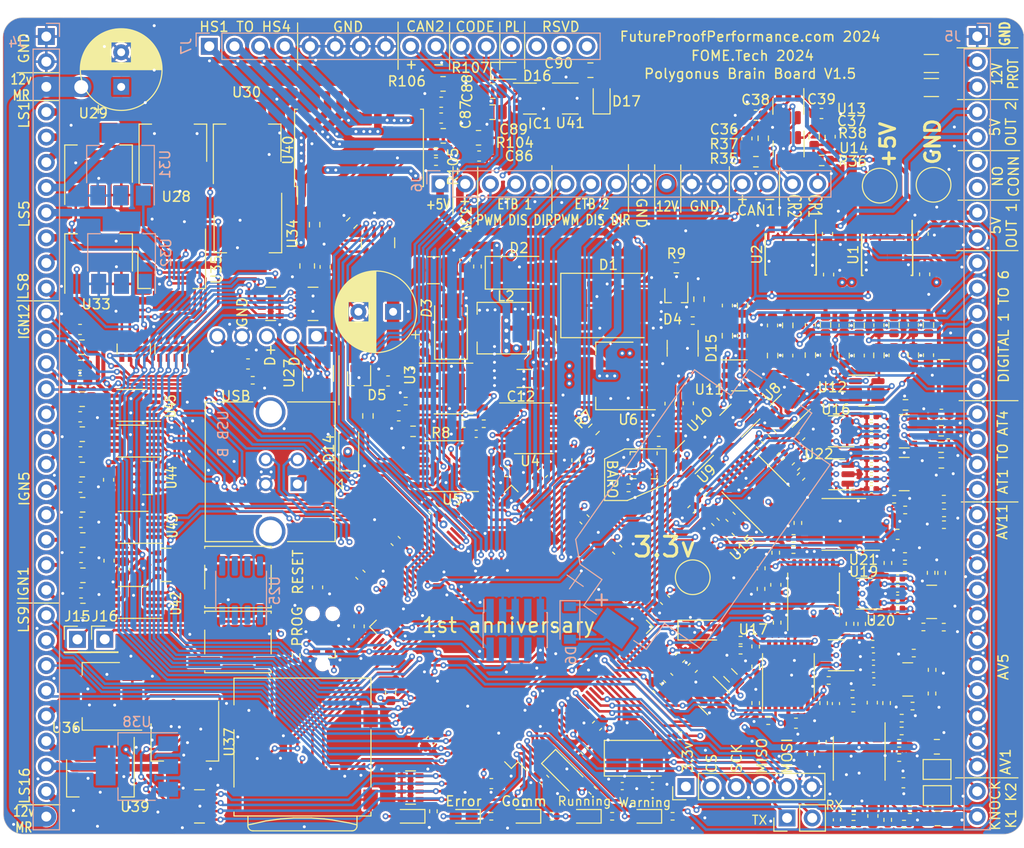
<source format=kicad_pcb>
(kicad_pcb (version 20221018) (generator pcbnew)

  (general
    (thickness 1.6)
  )

  (paper "A4")
  (layers
    (0 "F.Cu" signal)
    (1 "In1.Cu" power)
    (2 "In2.Cu" power)
    (31 "B.Cu" signal)
    (32 "B.Adhes" user "B.Adhesive")
    (33 "F.Adhes" user "F.Adhesive")
    (34 "B.Paste" user)
    (35 "F.Paste" user)
    (36 "B.SilkS" user "B.Silkscreen")
    (37 "F.SilkS" user "F.Silkscreen")
    (38 "B.Mask" user)
    (39 "F.Mask" user)
    (40 "Dwgs.User" user "User.Drawings")
    (41 "Cmts.User" user "User.Comments")
    (42 "Eco1.User" user "User.Eco1")
    (43 "Eco2.User" user "User.Eco2")
    (44 "Edge.Cuts" user)
    (45 "Margin" user)
    (46 "B.CrtYd" user "B.Courtyard")
    (47 "F.CrtYd" user "F.Courtyard")
    (48 "B.Fab" user)
    (49 "F.Fab" user)
  )

  (setup
    (pad_to_mask_clearance 0.048)
    (solder_mask_min_width 0.1)
    (pcbplotparams
      (layerselection 0x00010fc_ffffffff)
      (plot_on_all_layers_selection 0x0001000_00000000)
      (disableapertmacros false)
      (usegerberextensions false)
      (usegerberattributes false)
      (usegerberadvancedattributes true)
      (creategerberjobfile false)
      (dashed_line_dash_ratio 12.000000)
      (dashed_line_gap_ratio 3.000000)
      (svgprecision 6)
      (plotframeref false)
      (viasonmask false)
      (mode 1)
      (useauxorigin true)
      (hpglpennumber 1)
      (hpglpenspeed 20)
      (hpglpendiameter 15.000000)
      (dxfpolygonmode true)
      (dxfimperialunits true)
      (dxfusepcbnewfont true)
      (psnegative false)
      (psa4output false)
      (plotreference true)
      (plotvalue true)
      (plotinvisibletext false)
      (sketchpadsonfab false)
      (subtractmaskfromsilk false)
      (outputformat 1)
      (mirror false)
      (drillshape 0)
      (scaleselection 1)
      (outputdirectory "export/v1.0/gerb/")
    )
  )

  (net 0 "")
  (net 1 "GND")
  (net 2 "+5V")
  (net 3 "+3V3")
  (net 4 "/mcu/AV4")
  (net 5 "/mcu/AV3")
  (net 6 "/mcu/AV1")
  (net 7 "/mcu/AV2")
  (net 8 "/mcu/AV8")
  (net 9 "/mcu/AV7")
  (net 10 "/mcu/AV5")
  (net 11 "/mcu/AV6")
  (net 12 "/mcu/AV11")
  (net 13 "/mcu/AV9")
  (net 14 "/mcu/AV10")
  (net 15 "/5V_SENSOR_1")
  (net 16 "/5V_SENSOR_2")
  (net 17 "/mcu/nRESET")
  (net 18 "/mcu/SWDIO")
  (net 19 "/mcu/SWCLK")
  (net 20 "/mcu/5V_SENSOR_1_PG")
  (net 21 "/mcu/5V_SENSOR_2_PG")
  (net 22 "/mcu/AT2")
  (net 23 "/mcu/AT1")
  (net 24 "/mcu/AT3")
  (net 25 "/mcu/AT4")
  (net 26 "Net-(C10-Pad2)")
  (net 27 "Net-(C11-Pad2)")
  (net 28 "Net-(C17-Pad1)")
  (net 29 "Net-(C18-Pad2)")
  (net 30 "Net-(C19-Pad2)")
  (net 31 "Net-(C20-Pad1)")
  (net 32 "Net-(C21-Pad1)")
  (net 33 "Net-(C23-Pad2)")
  (net 34 "Net-(C33-Pad1)")
  (net 35 "Net-(C34-Pad1)")
  (net 36 "Net-(C35-Pad1)")
  (net 37 "Net-(C38-Pad1)")
  (net 38 "Net-(C39-Pad1)")
  (net 39 "Net-(C42-Pad1)")
  (net 40 "Net-(C43-Pad1)")
  (net 41 "Net-(C44-Pad1)")
  (net 42 "Net-(C45-Pad1)")
  (net 43 "Net-(C47-Pad1)")
  (net 44 "Net-(C48-Pad1)")
  (net 45 "Net-(C49-Pad1)")
  (net 46 "/mcu/12V_DIVIDED")
  (net 47 "Net-(C50-Pad1)")
  (net 48 "Net-(C52-Pad1)")
  (net 49 "Net-(C53-Pad1)")
  (net 50 "Net-(C54-Pad1)")
  (net 51 "/ETB2_DIR")
  (net 52 "/ETB2_DIS")
  (net 53 "/12V_RAW")
  (net 54 "Net-(C55-Pad1)")
  (net 55 "Net-(C57-Pad1)")
  (net 56 "Net-(C58-Pad1)")
  (net 57 "Net-(C59-Pad1)")
  (net 58 "Net-(C60-Pad1)")
  (net 59 "Net-(C70-Pad1)")
  (net 60 "Net-(C74-Pad1)")
  (net 61 "/lowside_quad1/IN1")
  (net 62 "/lowside_quad1/IN3")
  (net 63 "/lowside_quad1/IN2")
  (net 64 "/lowside_quad1/IN4")
  (net 65 "/lowside_quad2/IN1")
  (net 66 "/lowside_quad2/IN3")
  (net 67 "/lowside_quad2/IN2")
  (net 68 "/lowside_quad2/IN4")
  (net 69 "/ETB1_DIR")
  (net 70 "/ETB1_DIS")
  (net 71 "Net-(C75-Pad1)")
  (net 72 "Net-(C77-Pad1)")
  (net 73 "/lowside_quad4/IN4")
  (net 74 "/lowside_quad4/IN2")
  (net 75 "/lowside_quad4/IN3")
  (net 76 "/lowside_quad4/IN1")
  (net 77 "Net-(C78-Pad1)")
  (net 78 "/highside_quad/IN1")
  (net 79 "/highside_quad/IN3")
  (net 80 "/highside_quad/IN2")
  (net 81 "/mcu/CAN_RX")
  (net 82 "/mcu/CAN_TX")
  (net 83 "/highside_quad/IN4")
  (net 84 "/ign1/IN4")
  (net 85 "/AV4")
  (net 86 "/AV3")
  (net 87 "/AV1")
  (net 88 "/AV2")
  (net 89 "/AV8")
  (net 90 "/AV6")
  (net 91 "/AV7")
  (net 92 "/AV5")
  (net 93 "/AV10")
  (net 94 "/AV11")
  (net 95 "/AV9")
  (net 96 "/AT4")
  (net 97 "/AT2")
  (net 98 "/AT3")
  (net 99 "/AT1")
  (net 100 "/HS4")
  (net 101 "/HS2")
  (net 102 "/HS3")
  (net 103 "/HS1")
  (net 104 "/LS1")
  (net 105 "/LS2")
  (net 106 "/LS3")
  (net 107 "/LS4")
  (net 108 "/LS5")
  (net 109 "/LS6")
  (net 110 "/LS7")
  (net 111 "/LS8")
  (net 112 "/LS9")
  (net 113 "/LS10")
  (net 114 "/LS11")
  (net 115 "/LS12")
  (net 116 "/LS13")
  (net 117 "/LS14")
  (net 118 "/LS15")
  (net 119 "/LS16")
  (net 120 "/CAN+")
  (net 121 "/CAN-")
  (net 122 "Net-(C80-Pad1)")
  (net 123 "Net-(C89-Pad1)")
  (net 124 "Net-(C90-Pad2)")
  (net 125 "Net-(D9-Pad1)")
  (net 126 "Net-(D10-Pad1)")
  (net 127 "Net-(D11-Pad1)")
  (net 128 "Net-(D12-Pad1)")
  (net 129 "Net-(D13-Pad1)")
  (net 130 "/ign1/IN3")
  (net 131 "/ign1/IN1")
  (net 132 "/ign1/IN2")
  (net 133 "/ign2/IN2")
  (net 134 "/IGN1")
  (net 135 "/IGN2")
  (net 136 "/IGN3")
  (net 137 "/IGN4")
  (net 138 "/IGN5")
  (net 139 "/IGN6")
  (net 140 "/IGN7")
  (net 141 "/IGN8")
  (net 142 "/IGN9")
  (net 143 "/IGN10")
  (net 144 "/IGN11")
  (net 145 "/IGN12")
  (net 146 "/mcu/DIGITAL6")
  (net 147 "/mcu/DIGITAL5")
  (net 148 "/mcu/DIGITAL4")
  (net 149 "/mcu/DIGITAL3")
  (net 150 "/mcu/DIGITAL2")
  (net 151 "/mcu/DIGITAL1")
  (net 152 "/DIGITAL_5")
  (net 153 "/DIGITAL_6")
  (net 154 "/DIGITAL_1")
  (net 155 "/DIGITAL_2")
  (net 156 "/DIGITAL_3")
  (net 157 "/DIGITAL_4")
  (net 158 "/ign2/IN1")
  (net 159 "/ign2/IN3")
  (net 160 "/ign2/IN4")
  (net 161 "Net-(D14-Pad2)")
  (net 162 "/VR1+")
  (net 163 "/VR2+")
  (net 164 "unconnected-(D15-Pad3)")
  (net 165 "unconnected-(D15-Pad4)")
  (net 166 "unconnected-(D15-Pad6)")
  (net 167 "Net-(D16-Pad1)")
  (net 168 "Net-(F1-Pad2)")
  (net 169 "Net-(F2-Pad1)")
  (net 170 "unconnected-(J5-Pad6)")
  (net 171 "unconnected-(J5-Pad7)")
  (net 172 "/USB_D+")
  (net 173 "/USB_D-")
  (net 174 "/USB_SHIELD")
  (net 175 "/12V_PROT")
  (net 176 "/mcu/LED1")
  (net 177 "unconnected-(J8-Pad6)")
  (net 178 "/mcu/LED2")
  (net 179 "unconnected-(J8-Pad7)")
  (net 180 "/mcu/LED3")
  (net 181 "unconnected-(J8-Pad8)")
  (net 182 "/mcu/LED4")
  (net 183 "unconnected-(J9-Pad6)")
  (net 184 "/mcu/BOOT0")
  (net 185 "unconnected-(J10-Pad1)")
  (net 186 "unconnected-(J10-Pad8)")
  (net 187 "Net-(R3-Pad1)")
  (net 188 "Net-(C4-Pad1)")
  (net 189 "Net-(R7-Pad2)")
  (net 190 "Net-(C6-Pad1)")
  (net 191 "Net-(R8-Pad2)")
  (net 192 "Net-(C8-Pad1)")
  (net 193 "Net-(R13-Pad1)")
  (net 194 "Net-(C10-Pad1)")
  (net 195 "Net-(R14-Pad1)")
  (net 196 "Net-(R15-Pad1)")
  (net 197 "Net-(R16-Pad1)")
  (net 198 "Net-(R43-Pad2)")
  (net 199 "Net-(R44-Pad2)")
  (net 200 "Net-(C16-Pad1)")
  (net 201 "Net-(R45-Pad2)")
  (net 202 "Net-(R46-Pad2)")
  (net 203 "Net-(R55-Pad2)")
  (net 204 "Net-(R56-Pad2)")
  (net 205 "Net-(R57-Pad2)")
  (net 206 "Net-(R58-Pad2)")
  (net 207 "Net-(R67-Pad2)")
  (net 208 "Net-(R68-Pad2)")
  (net 209 "Net-(R69-Pad2)")
  (net 210 "Net-(R70-Pad2)")
  (net 211 "Net-(R79-Pad2)")
  (net 212 "Net-(R80-Pad2)")
  (net 213 "Net-(R81-Pad2)")
  (net 214 "Net-(R82-Pad2)")
  (net 215 "Net-(R99-Pad1)")
  (net 216 "Net-(R100-Pad1)")
  (net 217 "Net-(R101-Pad1)")
  (net 218 "Net-(C22-Pad2)")
  (net 219 "/knock/FILTERED_1")
  (net 220 "Net-(R102-Pad1)")
  (net 221 "/knock/FILTERED_2")
  (net 222 "Net-(R108-Pad2)")
  (net 223 "Net-(R109-Pad2)")
  (net 224 "Net-(R110-Pad2)")
  (net 225 "/KNOCK_1")
  (net 226 "/KNOCK_2")
  (net 227 "Net-(R111-Pad2)")
  (net 228 "/mcu/VDDA")
  (net 229 "Net-(R112-Pad2)")
  (net 230 "/quad_analog3/OUT4")
  (net 231 "/quad_analog3/IN4")
  (net 232 "Net-(R113-Pad2)")
  (net 233 "Net-(R114-Pad2)")
  (net 234 "Net-(R115-Pad2)")
  (net 235 "Net-(RN6-Pad5)")
  (net 236 "Net-(RN6-Pad6)")
  (net 237 "Net-(RN6-Pad7)")
  (net 238 "Net-(RN6-Pad8)")
  (net 239 "Net-(RN8-Pad5)")
  (net 240 "Net-(RN8-Pad6)")
  (net 241 "Net-(RN8-Pad7)")
  (net 242 "Net-(RN8-Pad8)")
  (net 243 "/ETB2_PWM")
  (net 244 "/ETB1_PWM")
  (net 245 "Net-(RN10-Pad5)")
  (net 246 "Net-(RN10-Pad6)")
  (net 247 "Net-(RN10-Pad7)")
  (net 248 "Net-(RN10-Pad8)")
  (net 249 "Net-(RN11-Pad5)")
  (net 250 "Net-(RN11-Pad6)")
  (net 251 "Net-(RN11-Pad7)")
  (net 252 "Net-(RN11-Pad8)")
  (net 253 "/knock/V_mid")
  (net 254 "/mcu/AUX_SPI_MOSI")
  (net 255 "/mcu/AUX_SPI_MISO")
  (net 256 "/mcu/AUX_SPI_SCK")
  (net 257 "/mcu/AUX_SPI_CS")
  (net 258 "/mcu/SD_MOSI")
  (net 259 "/mcu/SD_MISO")
  (net 260 "/mcu/SD_SCK")
  (net 261 "/mcu/SD_CS")
  (net 262 "unconnected-(U1-Pad2)")
  (net 263 "unconnected-(U1-Pad6)")
  (net 264 "unconnected-(U2-Pad2)")
  (net 265 "unconnected-(U2-Pad6)")
  (net 266 "unconnected-(U24-Pad7)")
  (net 267 "unconnected-(U25-Pad7)")
  (net 268 "unconnected-(U26-Pad7)")
  (net 269 "/RC1")
  (net 270 "/RC2")
  (net 271 "unconnected-(U26-Pad12)")
  (net 272 "unconnected-(U26-Pad13)")
  (net 273 "unconnected-(U26-Pad22)")
  (net 274 "unconnected-(U26-Pad49)")
  (net 275 "unconnected-(U26-Pad50)")
  (net 276 "unconnected-(U26-Pad53)")
  (net 277 "/mcu/UART_RX")
  (net 278 "/mcu/UART_TX")
  (net 279 "/mcu/CAN2_RX")
  (net 280 "/mcu/CAN2_TX")
  (net 281 "/CAN2+")
  (net 282 "/CAN2-")
  (net 283 "/mcu/BARO_SDA")
  (net 284 "/mcu/BARO_SCL")
  (net 285 "/12V_MR")
  (net 286 "/Keep_Alive/Keep_Alive")
  (net 287 "Net-(C30-Pad1)")
  (net 288 "unconnected-(U26-Pad54)")
  (net 289 "unconnected-(U26-Pad55)")
  (net 290 "unconnected-(U26-Pad56)")
  (net 291 "unconnected-(U26-Pad57)")
  (net 292 "unconnected-(U26-Pad60)")
  (net 293 "unconnected-(U26-Pad63)")
  (net 294 "unconnected-(U26-Pad75)")
  (net 295 "Net-(C31-Pad1)")
  (net 296 "/mcu/VR_2")
  (net 297 "/mcu/VR_1")
  (net 298 "Net-(C32-Pad1)")
  (net 299 "unconnected-(U26-Pad76)")
  (net 300 "unconnected-(U26-Pad102)")
  (net 301 "/Perm_Live")
  (net 302 "unconnected-(U26-Pad110)")
  (net 303 "unconnected-(IC1-Pad2)")
  (net 304 "Net-(BT1-Pad1)")
  (net 305 "/RSVD")
  (net 306 "unconnected-(U26-Pad132)")
  (net 307 "unconnected-(U26-Pad133)")
  (net 308 "unconnected-(U41-Pad4)")
  (net 309 "unconnected-(U42-Pad1)")
  (net 310 "unconnected-(U42-Pad8)")
  (net 311 "unconnected-(U43-Pad1)")
  (net 312 "unconnected-(U43-Pad8)")
  (net 313 "unconnected-(U44-Pad1)")
  (net 314 "unconnected-(U44-Pad8)")
  (net 315 "unconnected-(U45-Pad1)")
  (net 316 "unconnected-(U45-Pad8)")
  (net 317 "unconnected-(U25-Pad1)")
  (net 318 "unconnected-(U25-Pad2)")
  (net 319 "unconnected-(U25-Pad3)")
  (net 320 "unconnected-(U25-Pad4)")
  (net 321 "unconnected-(U25-Pad5)")
  (net 322 "unconnected-(U25-Pad6)")
  (net 323 "unconnected-(U25-Pad8)")

  (footprint "Capacitor_SMD:C_0603_1608Metric" (layer "F.Cu") (at 140.279326 81.364052 90))

  (footprint "Resistor_SMD:R_0402_1005Metric" (layer "F.Cu") (at 151.916975 106.610683))

  (footprint "Resistor_SMD:R_0402_1005Metric" (layer "F.Cu") (at 151.928194 105.421414))

  (footprint "Resistor_SMD:R_0402_1005Metric" (layer "F.Cu") (at 151.905755 104.030194))

  (footprint "Resistor_SMD:R_0402_1005Metric" (layer "F.Cu") (at 116.4775 133.4425 135))

  (footprint "Package_SO:TSSOP-14_4.4x5mm_P0.65mm" (layer "F.Cu") (at 138.766 113.694 90))

  (footprint "Package_SO:TSSOP-14_4.4x5mm_P0.65mm" (layer "F.Cu") (at 141.814 106.582 180))

  (footprint "Package_SO:Infineon_PG-DSO-8-43" (layer "F.Cu") (at 146.185671 79.370877 -90))

  (footprint "Package_SO:Infineon_PG-DSO-8-43" (layer "F.Cu") (at 136.454142 79.333011 -90))

  (footprint "Capacitor_SMD:C_0603_1608Metric" (layer "F.Cu") (at 149.815912 77.264231 -90))

  (footprint "Capacitor_SMD:C_0603_1608Metric" (layer "F.Cu") (at 149.970368 81.337502 90))

  (footprint "Capacitor_SMD:C_0603_1608Metric" (layer "F.Cu") (at 140.172736 77.247402 -90))

  (footprint "Resistor_SMD:R_0402_1005Metric" (layer "F.Cu") (at 115.652 129.442 -45))

  (footprint "Capacitor_SMD:C_0603_1608Metric" (layer "F.Cu") (at 136.988 126.648))

  (footprint "Capacitor_SMD:C_0603_1608Metric" (layer "F.Cu") (at 134.956 112.678 90))

  (footprint "Capacitor_SMD:C_0603_1608Metric" (layer "F.Cu") (at 147.245266 107.582392))

  (footprint "Capacitor_SMD:C_0603_1608Metric" (layer "F.Cu") (at 111.461 101.375 45))

  (footprint "Capacitor_SMD:C_0402_1005Metric" (layer "F.Cu") (at 119.462 132.998))

  (footprint "Capacitor_SMD:C_0603_1608Metric" (layer "F.Cu") (at 107.778 101.248))

  (footprint "Capacitor_SMD:C_0603_1608Metric" (layer "F.Cu") (at 123.018 123.092 135))

  (footprint "Capacitor_SMD:C_0603_1608Metric" (layer "F.Cu") (at 123.78 114.202 135))

  (footprint "Capacitor_SMD:C_0603_1608Metric" (layer "F.Cu") (at 100.412 105.058 -45))

  (footprint "Capacitor_SMD:C_0603_1608Metric" (layer "F.Cu") (at 125.304 120.044 45))

  (footprint "Capacitor_SMD:C_0603_1608Metric" (layer "F.Cu") (at 126.574 121.06 45))

  (footprint "Capacitor_SMD:C_0603_1608Metric" (layer "F.Cu") (at 130.384 105.82 135))

  (footprint "Inductor_SMD:L_0805_2012Metric" (layer "F.Cu") (at 130.384 121.822 135))

  (footprint "Resistor_SMD:R_0402_1005Metric" (layer "F.Cu") (at 147.988315 109.819465))

  (footprint "Resistor_SMD:R_0402_1005Metric" (layer "F.Cu") (at 125.304 127.918))

  (footprint "Resistor_SMD:R_0603_1608Metric" (layer "F.Cu") (at 151.654537 100.370684 180))

  (footprint "Resistor_SMD:R_0603_1608Metric" (layer "F.Cu") (at 151.620878 98.788732 180))

  (footprint "Resistor_SMD:R_0603_1608Metric" (layer "F.Cu") (at 151.632098 97.128243 180))

  (footprint "Resistor_SMD:R_0603_1608Metric" (layer "F.Cu") (at 148.037 94.517 180))

  (footprint "Resistor_SMD:R_Array_Convex_4x0603" (layer "F.Cu") (at 148.263074 122.230926 180))

  (footprint "Resistor_SMD:R_Array_Convex_4x0603" (layer "F.Cu") (at 150.677709 114.405074 180))

  (footprint "Resistor_SMD:R_Array_Convex_4x0603" (layer "F.Cu") (at 147.91 101.502 180))

  (footprint "Resistor_SMD:R_Array_Convex_4x0603" (layer "F.Cu") (at 147.91 97.184 180))

  (footprint "Package_SO:TSSOP-14_4.4x5mm_P0.65mm" (layer "F.Cu") (at 132.924 103.026 135))

  (footprint "Capacitor_SMD:C_0603_1608Metric" (layer "F.Cu") (at 81.713462 90.384858))

  (footprint "Resistor_SMD:R_0402_1005Metric" (layer "F.Cu") (at 82.18673 92.033125))

  (footprint "Capacitor_SMD:C_0603_1608Metric" (layer "F.Cu") (at 89.494413 80.590297 -90))

  (footprint "Capacitor_SMD:C_0603_1608Metric" (layer "F.Cu") (at 105.022164 69.398713))

  (footprint "Resistor_SMD:R_Array_Convex_4x0603" (layer "F.Cu") (at 94.826175 78.153732 -90))

  (footprint "Capacitor_SMD:C_0603_1608Metric" (layer "F.Cu") (at 126.130133 94.361905 -90))

  (footprint "Resistor_SMD:R_0402_1005Metric" (layer "F.Cu") (at 126.574 86.008 180))

  (footprint "Package_SO:TSSOP-14_4.4x5mm_P0.65mm" (layer "F.Cu") (at 136.226 121.822 90))

  (footprint "Capacitor_SMD:C_0603_1608Metric" (layer "F.Cu") (at 96.602 108.2584 -45))

  (footprint "Capacitor_SMD:C_0603_1608Metric" (layer "F.Cu") (at 118.954 109.122 135))

  (footprint "Capacitor_SMD:C_0603_1608Metric" (layer "F.Cu") (at 96.094 123.6 -90))

  (footprint "Capacitor_SMD:C_0603_1608Metric" (layer "F.Cu") (at 106.254 132.744 180))

  (footprint "Capacitor_SMD:C_0603_1608Metric" (layer "F.Cu")
    (tstamp 00000000-0000-0000-0000-00005d762ade)
    (at 92.919 116.869 90)
    (descr "Capacitor SMD 0603 (1608 Metric), square (rectangular) end terminal, IPC_7351 nominal, (Body size source: IPC-SM-782 page 76, https://www.pcb-3d.com/wordpress/wp-content/uploads/ipc-sm-782a_amendment_1_and_2.pdf), generated with kicad-footprint-generator")
    (tags "capacitor")
    (property "LCSC" "C14663")
    (property "LCSC_ext" "0")
    (property "PN" "")
    (property "Sheetfile" "mcu.kicad_sch")
    (property "Sheetname" "mcu")
    (path "/00000000-0000-0000-0000-00005d99e6ee/00000000-0000-0000-0000-00005
... [5818845 chars truncated]
</source>
